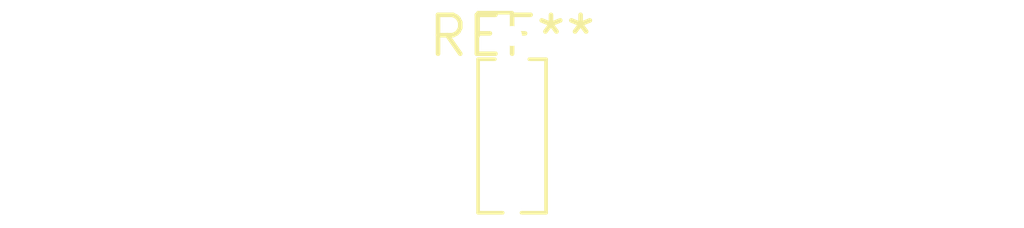
<source format=kicad_pcb>
(kicad_pcb (version 20240108) (generator pcbnew)
  (layers (0 "F.Cu" signal) (31 "B.Cu" signal) (34 "B.Paste" user) (35 "F.Paste" user) (36 "B.SilkS" user "B.Silkscreen") (37 "F.SilkS" user "F.Silkscreen") (38 "B.Mask" user) (39 "F.Mask" user) (44 "Edge.Cuts" user))
  (net 0 "")
  (footprint "PinHeader_1x05_P1.27mm_Vertical" (layer "F.Cu") (at 0 0)
    (property "Reference" "REF**")
    (property "Value" "PinHeader_1x05_P1.27mm_Vertical")
    (fp_line (start -1.11 -0.76) (end 0 -0.76) (layer "F.SilkS") (stroke (width 0.12)))
    (fp_line (start -1.11 0) (end -1.11 -0.76) (layer "F.SilkS") (stroke (width 0.12)))
    (fp_line (start -1.11 0.76) (end -1.11 5.775) (layer "F.SilkS") (stroke (width 0.12)))
    (fp_line (start -1.11 0.76) (end -0.563471 0.76) (layer "F.SilkS") (stroke (width 0.12)))
    (fp_line (start -1.11 5.775) (end -0.30753 5.775) (layer "F.SilkS") (stroke (width 0.12)))
    (fp_line (start 0.30753 5.775) (end 1.11 5.775) (layer "F.SilkS") (stroke (width 0.12)))
    (fp_line (start 0.563471 0.76) (end 1.11 0.76) (layer "F.SilkS") (stroke (width 0.12)))
    (fp_line (start 1.11 0.76) (end 1.11 5.775) (layer "F.SilkS") (stroke (width 0.12)))
    (pad "1" thru_hole rect (at 0 0) (size 1 1) (drill 0.65) (layers *.Cu *.Mask) (remove_unused_layers))
    (pad "2" thru_hole oval (at 0 1.27) (size 1 1) (drill 0.65) (layers *.Cu *.Mask) (remove_unused_layers))
    (pad "3" thru_hole oval (at 0 2.54) (size 1 1) (drill 0.65) (layers *.Cu *.Mask) (remove_unused_layers))
    (pad "4" thru_hole oval (at 0 3.81) (size 1 1) (drill 0.65) (layers *.Cu *.Mask) (remove_unused_layers))
    (pad "5" thru_hole oval (at 0 5.08) (size 1 1) (drill 0.65) (layers *.Cu *.Mask) (remove_unused_layers))
  )
)
</source>
